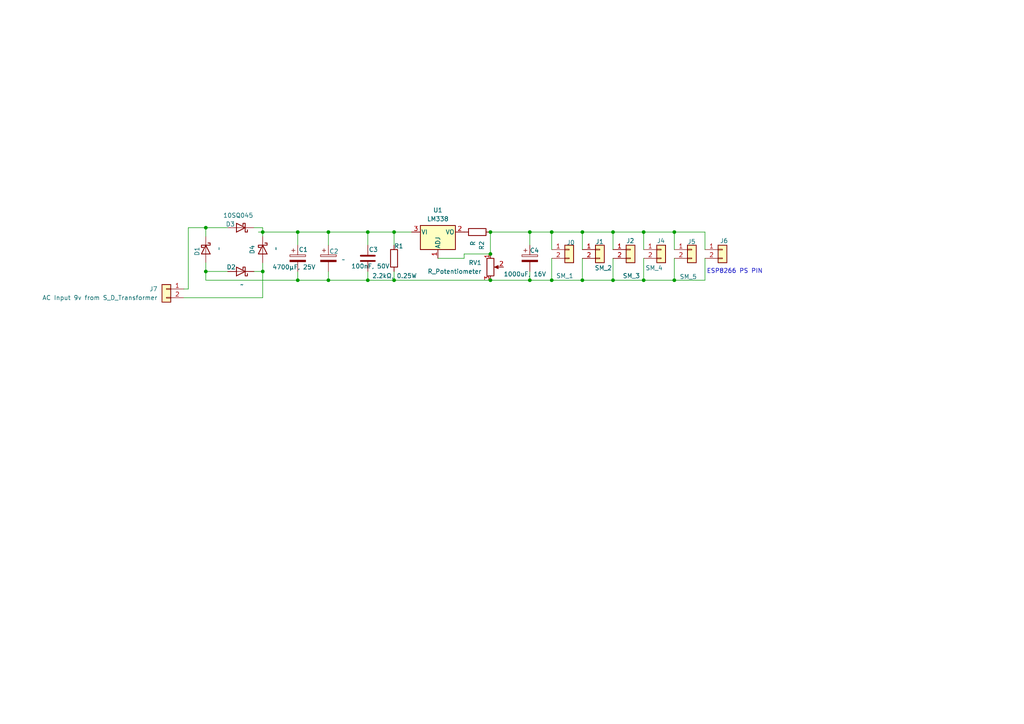
<source format=kicad_sch>
(kicad_sch (version 20250114) (generator "eeschema") (generator_version "9.0")
  (paper "A4")
  (lib_symbols
    (symbol "Conn_01x02_1" (pin_names (offset 1.016) (hide yes))
      (property "Reference" "J" (at 0 2.54 0))
      (property "Value" "Conn_01x02" (at 0 -5.08 0))
      (symbol "Conn_01x02_1_1_1"
        (rectangle (start -1.27 1.27) (end 1.27 -3.81) (stroke (width 0.254)) (fill (type background)))
        (rectangle (start -1.27 0.127) (end 0 -0.127) (stroke (width 0.1524)))
        (rectangle (start -1.27 -2.413) (end 0 -2.667) (stroke (width 0.1524)))
        (pin passive line (at -5.08 0 0) (length 3.81) (name "Pin_1") (number "1"))
        (pin passive line (at -5.08 -2.54 0) (length 3.81) (name "Pin_2") (number "2"))
      )
    )
    (symbol "Connector_Generic:Conn_01x02" (pin_names (offset 1.016) (hide yes))
      (property "Reference" "J" (at 0 2.54 0))
      (property "Value" "Conn_01x02" (at 0 -5.08 0))
      (symbol "Conn_01x02_1_1"
        (rectangle (start -1.27 1.27) (end 1.27 -3.81) (stroke (width 0.254)) (fill (type background)))
        (rectangle (start -1.27 0.127) (end 0 -0.127) (stroke (width 0.1524)))
        (rectangle (start -1.27 -2.413) (end 0 -2.667) (stroke (width 0.1524)))
        (pin passive line (at -5.08 0 0) (length 3.81) (name "Pin_1") (number "1"))
        (pin passive line (at -5.08 -2.54 0) (length 3.81) (name "Pin_2") (number "2"))
      )
    )
    (symbol "Device:C" (pin_numbers (hide yes)) (pin_names (offset 0.254))
      (property "Reference" "C" (at 0.635 2.54 0))
      (property "Value" "C" (at 0.635 -2.54 0))
      (symbol "C_0_1"
        (polyline (pts (xy -2.032 0.762) (xy 2.032 0.762)) (stroke (width 0.508)))
        (polyline (pts (xy -2.032 -0.762) (xy 2.032 -0.762)) (stroke (width 0.508)))
      )
      (symbol "C_1_1"
        (pin passive line (at 0 3.81 270) (length 2.794) (name "~") (number "1"))
        (pin passive line (at 0 -3.81 90) (length 2.794) (name "~") (number "2"))
      )
    )
    (symbol "Device:C_Polarized" (pin_numbers (hide yes)) (pin_names (offset 0.254))
      (property "Reference" "C" (at 0.635 2.54 0))
      (property "Value" "C_Polarized" (at 0.635 -2.54 0))
      (symbol "C_Polarized_0_1"
        (rectangle (start -2.286 0.508) (end 2.286 1.016))
        (polyline (pts (xy -1.778 2.286) (xy -0.762 2.286)))
        (polyline (pts (xy -1.27 2.794) (xy -1.27 1.778)))
        (rectangle (start 2.286 -0.508) (end -2.286 -1.016) (fill (type outline)))
      )
      (symbol "C_Polarized_1_1"
        (pin passive line (at 0 3.81 270) (length 2.794) (name "~") (number "1"))
        (pin passive line (at 0 -3.81 90) (length 2.794) (name "~") (number "2"))
      )
    )
    (symbol "Device:D_Schottky" (pin_numbers (hide yes)) (pin_names (offset 1.016) (hide yes))
      (property "Reference" "D" (at 0 2.54 0))
      (property "Value" "D_Schottky" (at 0 -2.54 0))
      (symbol "D_Schottky_0_1"
        (polyline (pts (xy -1.905 0.635) (xy -1.905 1.27) (xy -1.27 1.27) (xy -1.27 -1.27) (xy -0.635 -1.27) (xy -0.635 -0.635)) (stroke (width 0.254)))
        (polyline (pts (xy 1.27 1.27) (xy 1.27 -1.27) (xy -1.27 0) (xy 1.27 1.27)) (stroke (width 0.254)))
        (polyline (pts (xy 1.27 0) (xy -1.27 0)))
      )
      (symbol "D_Schottky_1_1"
        (pin passive line (at -3.81 0 0) (length 2.54) (name "K") (number "1"))
        (pin passive line (at 3.81 0 180) (length 2.54) (name "A") (number "2"))
      )
    )
    (symbol "Device:R" (pin_numbers (hide yes)) (pin_names (offset 0))
      (property "Reference" "R" (at 2.032 0 90))
      (property "Value" "R" (at 0 0 90))
      (symbol "R_0_1"
        (rectangle (start -1.016 -2.54) (end 1.016 2.54) (stroke (width 0.254)))
      )
      (symbol "R_1_1"
        (pin passive line (at 0 3.81 270) (length 1.27) (name "~") (number "1"))
        (pin passive line (at 0 -3.81 90) (length 1.27) (name "~") (number "2"))
      )
    )
    (symbol "Device:R_Potentiometer" (pin_names (offset 1.016) (hide yes))
      (property "Reference" "RV" (at -4.445 0 90))
      (property "Value" "R_Potentiometer" (at -2.54 0 90))
      (symbol "R_Potentiometer_0_1"
        (rectangle (start 1.016 2.54) (end -1.016 -2.54) (stroke (width 0.254)))
        (polyline (pts (xy 1.143 0) (xy 2.286 0.508) (xy 2.286 -0.508) (xy 1.143 0)) (fill (type outline)))
        (polyline (pts (xy 2.54 0) (xy 1.524 0)))
      )
      (symbol "R_Potentiometer_1_1"
        (pin passive line (at 0 3.81 270) (length 1.27) (name "1") (number "1"))
        (pin passive line (at 0 -3.81 90) (length 1.27) (name "3") (number "3"))
        (pin passive line (at 3.81 0 180) (length 1.27) (name "2") (number "2"))
      )
    )
    (symbol "Regulator_Linear:LM317_TO-220" (pin_names (offset 0.254))
      (property "Reference" "U" (at -3.81 3.175 0))
      (property "Value" "LM317_TO-220" (at 0 3.175 0))
      (symbol "LM317_TO-220_0_1"
        (rectangle (start -5.08 1.905) (end 5.08 -5.08) (stroke (width 0.254)) (fill (type background)))
      )
      (symbol "LM317_TO-220_1_1"
        (pin power_in line (at -7.62 0 0) (length 2.54) (name "VI") (number "3"))
        (pin input line (at 0 -7.62 90) (length 2.54) (name "ADJ") (number "1"))
        (pin power_out line (at 7.62 0 180) (length 2.54) (name "VO") (number "2"))
      )
    )
  )
  (text "ESP8266 PS PIN\n" (at 213.106 78.74 0) (effects (font (size 1.27 1.27))))
  (junction (at 76.2 78.74))
  (junction (at 114.3 81.28))
  (junction (at 168.91 67.31))
  (junction (at 76.2 67.31))
  (junction (at 186.69 81.28))
  (junction (at 59.69 78.74))
  (junction (at 186.69 67.31))
  (junction (at 142.24 67.31))
  (junction (at 106.68 81.28))
  (junction (at 142.24 73.66))
  (junction (at 177.8 67.31))
  (junction (at 160.02 67.31))
  (junction (at 95.25 67.31))
  (junction (at 177.8 81.28))
  (junction (at 160.02 81.28))
  (junction (at 168.91 81.28))
  (junction (at 86.36 67.31))
  (junction (at 142.24 81.28))
  (junction (at 153.67 67.31))
  (junction (at 195.58 81.28))
  (junction (at 114.3 67.31))
  (junction (at 59.69 66.04))
  (junction (at 195.58 67.31))
  (junction (at 95.25 81.28))
  (junction (at 153.67 81.28))
  (junction (at 106.68 67.31))
  (junction (at 86.36 81.28))
  (wire (pts (xy 160.02 74.93) (xy 160.02 81.28)))
  (wire (pts (xy 177.8 74.93) (xy 177.8 81.28)))
  (wire (pts (xy 195.58 74.93) (xy 195.58 81.28)))
  (wire (pts (xy 73.66 66.04) (xy 76.2 66.04)))
  (wire (pts (xy 74.93 67.31) (xy 76.2 67.31)))
  (wire (pts (xy 54.61 66.04) (xy 59.69 66.04)))
  (wire (pts (xy 168.91 81.28) (xy 177.8 81.28)))
  (wire (pts (xy 106.68 81.28) (xy 114.3 81.28)))
  (wire (pts (xy 59.69 78.74) (xy 59.69 81.28)))
  (wire (pts (xy 114.3 67.31) (xy 114.3 71.12)))
  (wire (pts (xy 186.69 81.28) (xy 195.58 81.28)))
  (wire (pts (xy 195.58 81.28) (xy 204.47 81.28)))
  (wire (pts (xy 95.25 81.28) (xy 106.68 81.28)))
  (wire (pts (xy 195.58 72.39) (xy 195.58 67.31)))
  (wire (pts (xy 53.34 86.36) (xy 76.2 86.36)))
  (wire (pts (xy 177.8 67.31) (xy 177.8 72.39)))
  (wire (pts (xy 114.3 67.31) (xy 119.38 67.31)))
  (wire (pts (xy 95.25 78.74) (xy 95.25 81.28)))
  (wire (pts (xy 142.24 67.31) (xy 153.67 67.31)))
  (wire (pts (xy 59.69 81.28) (xy 86.36 81.28)))
  (wire (pts (xy 106.68 67.31) (xy 114.3 67.31)))
  (wire (pts (xy 168.91 67.31) (xy 177.8 67.31)))
  (wire (pts (xy 59.69 68.58) (xy 59.69 66.04)))
  (wire (pts (xy 54.61 83.82) (xy 53.34 83.82)))
  (wire (pts (xy 59.69 78.74) (xy 59.69 76.2)))
  (wire (pts (xy 160.02 67.31) (xy 160.02 72.39)))
  (wire (pts (xy 127 74.93) (xy 134.62 74.93)))
  (wire (pts (xy 114.3 81.28) (xy 114.3 78.74)))
  (wire (pts (xy 86.36 78.74) (xy 86.36 81.28)))
  (wire (pts (xy 76.2 67.31) (xy 76.2 68.58)))
  (wire (pts (xy 142.24 67.31) (xy 142.24 73.66)))
  (wire (pts (xy 76.2 76.2) (xy 76.2 78.74)))
  (wire (pts (xy 134.62 74.93) (xy 134.62 73.66)))
  (wire (pts (xy 204.47 74.93) (xy 204.47 81.28)))
  (wire (pts (xy 59.69 78.74) (xy 66.04 78.74)))
  (wire (pts (xy 186.69 67.31) (xy 186.69 72.39)))
  (wire (pts (xy 153.67 67.31) (xy 153.67 71.12)))
  (wire (pts (xy 86.36 67.31) (xy 95.25 67.31)))
  (wire (pts (xy 142.24 81.28) (xy 153.67 81.28)))
  (wire (pts (xy 76.2 66.04) (xy 76.2 67.31)))
  (wire (pts (xy 114.3 81.28) (xy 142.24 81.28)))
  (wire (pts (xy 95.25 67.31) (xy 106.68 67.31)))
  (wire (pts (xy 95.25 71.12) (xy 95.25 67.31)))
  (wire (pts (xy 106.68 78.74) (xy 106.68 81.28)))
  (wire (pts (xy 177.8 81.28) (xy 186.69 81.28)))
  (wire (pts (xy 86.36 81.28) (xy 95.25 81.28)))
  (wire (pts (xy 195.58 67.31) (xy 204.47 67.31)))
  (wire (pts (xy 160.02 67.31) (xy 168.91 67.31)))
  (wire (pts (xy 153.67 78.74) (xy 153.67 81.28)))
  (wire (pts (xy 168.91 74.93) (xy 168.91 81.28)))
  (wire (pts (xy 153.67 81.28) (xy 160.02 81.28)))
  (wire (pts (xy 168.91 67.31) (xy 168.91 72.39)))
  (wire (pts (xy 134.62 73.66) (xy 142.24 73.66)))
  (wire (pts (xy 54.61 66.04) (xy 54.61 83.82)))
  (wire (pts (xy 186.69 67.31) (xy 195.58 67.31)))
  (wire (pts (xy 59.69 66.04) (xy 66.04 66.04)))
  (wire (pts (xy 76.2 67.31) (xy 86.36 67.31)))
  (wire (pts (xy 86.36 71.12) (xy 86.36 67.31)))
  (wire (pts (xy 106.68 71.12) (xy 106.68 67.31)))
  (wire (pts (xy 153.67 67.31) (xy 160.02 67.31)))
  (wire (pts (xy 76.2 78.74) (xy 76.2 86.36)))
  (wire (pts (xy 177.8 67.31) (xy 186.69 67.31)))
  (wire (pts (xy 160.02 81.28) (xy 168.91 81.28)))
  (wire (pts (xy 186.69 74.93) (xy 186.69 81.28)))
  (wire (pts (xy 76.2 78.74) (xy 73.66 78.74)))
  (wire (pts (xy 204.47 72.39) (xy 204.47 67.31)))
  (symbol (lib_id "Connector_Generic:Conn_01x02") (at 182.88 72.39 0) (unit 1)
    (property "Reference" "J2" (at 181.61 69.85 0) (effects (justify left)))
    (property "Value" "SM_3" (at 180.594 80.01 0) (effects (justify left)))
    (property "Footprint" "Connector_Phoenix_MC_HighVoltage:PhoenixContact_MCV_1,5_2-G-5.08_1x02_P5.08mm_Vertical" (effects (hide yes)))
    (property "Description" "Generic connector, single row, 01x02, script generated (kicad-library-utils/schlib/autogen/connector/)" (effects (hide yes)))
  )
  (symbol (lib_id "Device:R") (at 138.43 67.31 270) (unit 1)
    (property "Reference" "R2" (at 139.7001 69.85 0) (effects (justify left)))
    (property "Value" "R" (at 137.1601 69.85 0) (effects (justify left)))
    (property "Footprint" "Resistor_THT:R_Axial_DIN0207_L6.3mm_D2.5mm_P10.16mm_Horizontal" (effects (hide yes)))
    (property "Description" "Resistor" (effects (hide yes)))
  )
  (symbol (lib_id "Device:C_Polarized") (at 95.25 74.93 0) (unit 1)
    (property "Reference" "C2" (at 95.504 72.898 0) (effects (justify left)))
    (property "Value" "~" (at 99.06 75.3109 0) (effects (justify left)))
    (property "Footprint" "Capacitor_THT:CP_Radial_D18.0mm_P7.50mm" (effects (hide yes)))
    (property "Description" "Polarized capacitor" (effects (hide yes)))
  )
  (symbol (lib_id "Regulator_Linear:LM317_TO-220") (at 127 67.31 0) (unit 1)
    (property "Reference" "U1" (at 127 60.96 0))
    (property "Value" "LM338" (at 127 63.5 0))
    (property "Footprint" "Package_TO_SOT_THT:TO-220-3_Vertical" (effects (hide yes)))
    (property "Datasheet" "http://www.ti.com/lit/ds/symlink/lm317.pdf" (effects (hide yes)))
    (property "Description" "1.5A 35V Adjustable Linear Regulator, TO-220" (effects (hide yes)))
  )
  (symbol (lib_id "Device:C") (at 106.68 74.93 0) (unit 1)
    (property "Reference" "C3" (at 106.934 72.39 0) (effects (justify left)))
    (property "Value" "100nF, 50V" (at 101.854 77.216 0) (effects (justify left)))
    (property "Footprint" "Capacitor_THT:C_Disc_D5.0mm_W2.5mm_P5.00mm" (effects (hide yes)))
    (property "Description" "Unpolarized capacitor" (effects (hide yes)))
  )
  (symbol (lib_id "Device:D_Schottky") (at 59.69 72.39 270) (unit 1)
    (property "Reference" "D1" (at 57.15 72.898 0))
    (property "Value" "~" (at 63.5 72.0725 0))
    (property "Footprint" "Diode_THT:D_P600_R-6_P12.70mm_Horizontal" (effects (hide yes)))
    (property "Description" "Schottky diode" (effects (hide yes)))
  )
  (symbol (lib_id "Device:D_Schottky") (at 69.85 78.74 180) (unit 1)
    (property "Reference" "D2" (at 67.056 77.47 0) (effects (font (thickness 0.1588))))
    (property "Value" "~" (at 70.1675 82.55 0) (effects (font (thickness 0.1588))))
    (property "Footprint" "Diode_THT:D_P600_R-6_P12.70mm_Horizontal" (effects (hide yes)))
    (property "Description" "Schottky diode" (effects (hide yes)))
  )
  (symbol (lib_id "Device:R") (at 114.3 74.93 0) (unit 1)
    (property "Reference" "R1" (at 114.3 71.374 0) (effects (justify left)))
    (property "Value" "2.2kΩ, 0.25W" (at 107.95 80.01 0) (effects (justify left)))
    (property "Footprint" "Resistor_THT:R_Axial_DIN0207_L6.3mm_D2.5mm_P10.16mm_Horizontal" (effects (hide yes)))
    (property "Description" "Resistor" (effects (hide yes)))
  )
  (symbol (lib_name "Conn_01x02_1") (lib_id "Connector_Generic:Conn_01x02") (at 209.55 72.39 0) (unit 1)
    (property "Reference" "J6" (at 208.788 69.85 0) (effects (justify left)))
    (property "Value" "SM_6" (effects (hide yes)))
    (property "Footprint" "Connector_Phoenix_MC_HighVoltage:PhoenixContact_MCV_1,5_2-G-5.08_1x02_P5.08mm_Vertical" (effects (hide yes)))
    (property "Description" "Generic connector, single row, 01x02, script generated (kicad-library-utils/schlib/autogen/connector/)" (effects (hide yes)))
  )
  (symbol (lib_id "Device:D_Schottky") (at 76.2 72.39 270) (unit 1)
    (property "Reference" "D4" (at 73.152 72.39 0))
    (property "Value" "~" (at 80.01 72.0725 0))
    (property "Footprint" "Diode_THT:D_P600_R-6_P12.70mm_Horizontal" (effects (hide yes)))
    (property "Description" "Schottky diode" (effects (hide yes)))
  )
  (symbol (lib_id "Connector_Generic:Conn_01x02") (at 200.66 72.39 0) (unit 1)
    (property "Reference" "J5" (at 199.39 70.104 0) (effects (justify left)))
    (property "Value" "SM_5" (at 197.104 80.264 0) (effects (justify left)))
    (property "Footprint" "Connector_Phoenix_MC_HighVoltage:PhoenixContact_MCV_1,5_2-G-5.08_1x02_P5.08mm_Vertical" (effects (hide yes)))
    (property "Description" "Generic connector, single row, 01x02, script generated (kicad-library-utils/schlib/autogen/connector/)" (effects (hide yes)))
  )
  (symbol (lib_id "Connector_Generic:Conn_01x02") (at 165.1 72.39 0) (unit 1)
    (property "Reference" "J0" (at 164.338 70.358 0) (effects (justify left)))
    (property "Value" "SM_1" (at 161.29 80.01 0) (effects (justify left)))
    (property "Footprint" "Connector_Phoenix_MC_HighVoltage:PhoenixContact_MC_1,5_2-G-5.08_1x02_P5.08mm_Horizontal" (effects (hide yes)))
    (property "Description" "Generic connector, single row, 01x02, script generated (kicad-library-utils/schlib/autogen/connector/)" (effects (hide yes)))
  )
  (symbol (lib_id "Connector_Generic:Conn_01x02") (at 191.77 72.39 0) (unit 1)
    (property "Reference" "J4" (at 190.5 69.85 0) (effects (justify left)))
    (property "Value" "SM_4" (at 187.198 77.724 0) (effects (justify left)))
    (property "Footprint" "Connector_Phoenix_MC_HighVoltage:PhoenixContact_MCV_1,5_2-G-5.08_1x02_P5.08mm_Vertical" (effects (hide yes)))
    (property "Description" "Generic connector, single row, 01x02, script generated (kicad-library-utils/schlib/autogen/connector/)" (effects (hide yes)))
  )
  (symbol (lib_id "Device:R_Potentiometer") (at 142.24 77.47 0) (unit 1)
    (property "Reference" "RV1" (at 139.7 76.1999 0) (effects (justify right)))
    (property "Value" "R_Potentiometer" (at 139.7 78.7399 0) (effects (justify right)))
    (property "Footprint" "Potentiometer_THT:Potentiometer_Bourns_3296W_Vertical" (effects (hide yes)))
    (property "Description" "Potentiometer" (effects (hide yes)))
  )
  (symbol (lib_id "Connector_Generic:Conn_01x02") (at 48.26 83.82 0) (mirror y) (unit 1)
    (property "Reference" "J7" (at 45.72 83.8199 0) (effects (justify left)))
    (property "Value" "AC Input 9v from S_D_Transformer" (at 45.72 86.3599 0) (effects (justify left)))
    (property "Footprint" "Connector_Phoenix_MC_HighVoltage:PhoenixContact_MCV_1,5_2-G-5.08_1x02_P5.08mm_Vertical" (effects (hide yes)))
    (property "Description" "Generic connector, single row, 01x02, script generated (kicad-library-utils/schlib/autogen/connector/)" (effects (hide yes)))
  )
  (symbol (lib_id "Connector_Generic:Conn_01x02") (at 173.99 72.39 0) (unit 1)
    (property "Reference" "J1" (at 172.72 70.104 0) (effects (justify left)))
    (property "Value" "SM_2" (at 172.466 77.724 0) (effects (justify left)))
    (property "Footprint" "Connector_Phoenix_MC_HighVoltage:PhoenixContact_MCV_1,5_2-G-5.08_1x02_P5.08mm_Vertical" (effects (hide yes)))
    (property "Description" "Generic connector, single row, 01x02, script generated (kicad-library-utils/schlib/autogen/connector/)" (effects (hide yes)))
  )
  (symbol (lib_id "Device:C_Polarized") (at 86.36 74.93 0) (unit 1)
    (property "Reference" "C1" (at 86.614 72.39 0) (effects (justify left)))
    (property "Value" "4700µF, 25V" (at 78.994 77.47 0) (effects (justify left)))
    (property "Footprint" "Capacitor_THT:CP_Radial_D18.0mm_P7.50mm" (effects (hide yes)))
    (property "Description" "Polarized capacitor" (effects (hide yes)))
  )
  (symbol (lib_id "Device:D_Schottky") (at 69.85 66.04 180) (unit 1)
    (property "Reference" "D3" (at 66.802 65.024 0))
    (property "Value" "10SQ045" (at 69.088 62.484 0))
    (property "Footprint" "Diode_THT:D_P600_R-6_P12.70mm_Horizontal" (effects (hide yes)))
    (property "Description" "Schottky diode" (effects (hide yes)))
  )
  (symbol (lib_id "Device:C_Polarized") (at 153.67 74.93 0) (unit 1)
    (property "Reference" "C4" (at 153.67 72.644 0) (effects (justify left)))
    (property "Value" "1000uF, 16V" (at 146.05 79.502 0) (effects (justify left)))
    (property "Footprint" "Capacitor_THT:CP_Radial_D10.0mm_P5.00mm" (effects (hide yes)))
    (property "Description" "Polarized capacitor" (effects (hide yes)))
  )
)
</source>
